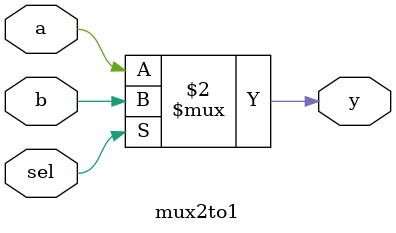
<source format=v>
`timescale 1ns / 1ps


module mux2to1 (
    input wire a, b,
    input wire sel,
    output wire y
);
    assign y = (sel == 1'b0) ? a : b;
endmodule

</source>
